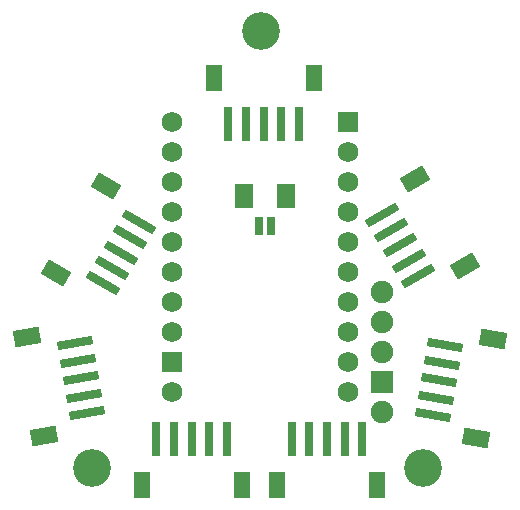
<source format=gbs>
G04*
G04 #@! TF.GenerationSoftware,Altium Limited,Altium Designer,21.6.4 (81)*
G04*
G04 Layer_Color=16711935*
%FSLAX44Y44*%
%MOMM*%
G71*
G04*
G04 #@! TF.SameCoordinates,DF212875-D8BF-4E07-B13E-23ADC2DC1FEB*
G04*
G04*
G04 #@! TF.FilePolarity,Negative*
G04*
G01*
G75*
%ADD16R,1.3970X2.2098*%
%ADD17R,0.7112X2.9972*%
%ADD18C,1.7272*%
%ADD19R,1.7272X1.7272*%
%ADD20C,1.9032*%
%ADD21R,1.9032X1.9032*%
%ADD22C,3.2032*%
G04:AMPARAMS|DCode=32|XSize=0.7112mm|YSize=2.9972mm|CornerRadius=0mm|HoleSize=0mm|Usage=FLASHONLY|Rotation=240.000|XOffset=0mm|YOffset=0mm|HoleType=Round|Shape=Rectangle|*
%AMROTATEDRECTD32*
4,1,4,-1.1200,1.0573,1.4756,-0.4413,1.1200,-1.0573,-1.4756,0.4413,-1.1200,1.0573,0.0*
%
%ADD32ROTATEDRECTD32*%

G04:AMPARAMS|DCode=34|XSize=0.7112mm|YSize=2.9972mm|CornerRadius=0mm|HoleSize=0mm|Usage=FLASHONLY|Rotation=280.000|XOffset=0mm|YOffset=0mm|HoleType=Round|Shape=Rectangle|*
%AMROTATEDRECTD34*
4,1,4,-1.5376,0.0900,1.4141,0.6104,1.5376,-0.0900,-1.4141,-0.6104,-1.5376,0.0900,0.0*
%
%ADD34ROTATEDRECTD34*%

G04:AMPARAMS|DCode=37|XSize=0.7112mm|YSize=2.9972mm|CornerRadius=0mm|HoleSize=0mm|Usage=FLASHONLY|Rotation=120.000|XOffset=0mm|YOffset=0mm|HoleType=Round|Shape=Rectangle|*
%AMROTATEDRECTD37*
4,1,4,1.4756,0.4413,-1.1200,-1.0573,-1.4756,-0.4413,1.1200,1.0573,1.4756,0.4413,0.0*
%
%ADD37ROTATEDRECTD37*%

G04:AMPARAMS|DCode=38|XSize=0.7112mm|YSize=2.9972mm|CornerRadius=0mm|HoleSize=0mm|Usage=FLASHONLY|Rotation=80.000|XOffset=0mm|YOffset=0mm|HoleType=Round|Shape=Rectangle|*
%AMROTATEDRECTD38*
4,1,4,1.4141,-0.6104,-1.5376,-0.0900,-1.4141,0.6104,1.5376,0.0900,1.4141,-0.6104,0.0*
%
%ADD38ROTATEDRECTD38*%

%ADD40R,0.6604X1.5494*%
G04:AMPARAMS|DCode=42|XSize=2.2098mm|YSize=1.397mm|CornerRadius=0mm|HoleSize=0mm|Usage=FLASHONLY|Rotation=150.000|XOffset=0mm|YOffset=0mm|HoleType=Round|Shape=Rectangle|*
%AMROTATEDRECTD42*
4,1,4,1.3061,0.0525,0.6076,-1.1574,-1.3061,-0.0525,-0.6076,1.1574,1.3061,0.0525,0.0*
%
%ADD42ROTATEDRECTD42*%

G04:AMPARAMS|DCode=43|XSize=2.2098mm|YSize=1.397mm|CornerRadius=0mm|HoleSize=0mm|Usage=FLASHONLY|Rotation=190.000|XOffset=0mm|YOffset=0mm|HoleType=Round|Shape=Rectangle|*
%AMROTATEDRECTD43*
4,1,4,0.9668,0.8798,1.2094,-0.4960,-0.9668,-0.8798,-1.2094,0.4960,0.9668,0.8798,0.0*
%
%ADD43ROTATEDRECTD43*%

G04:AMPARAMS|DCode=44|XSize=2.2098mm|YSize=1.397mm|CornerRadius=0mm|HoleSize=0mm|Usage=FLASHONLY|Rotation=30.000|XOffset=0mm|YOffset=0mm|HoleType=Round|Shape=Rectangle|*
%AMROTATEDRECTD44*
4,1,4,-0.6076,-1.1574,-1.3061,0.0525,0.6076,1.1574,1.3061,-0.0525,-0.6076,-1.1574,0.0*
%
%ADD44ROTATEDRECTD44*%

G04:AMPARAMS|DCode=45|XSize=2.2098mm|YSize=1.397mm|CornerRadius=0mm|HoleSize=0mm|Usage=FLASHONLY|Rotation=350.000|XOffset=0mm|YOffset=0mm|HoleType=Round|Shape=Rectangle|*
%AMROTATEDRECTD45*
4,1,4,-1.2094,-0.4960,-0.9668,0.8798,1.2094,0.4960,0.9668,-0.8798,-1.2094,-0.4960,0.0*
%
%ADD45ROTATEDRECTD45*%

%ADD46R,1.4986X2.1082*%
D16*
X847680Y1480470D02*
D03*
X762680D02*
D03*
X786720Y1135730D02*
D03*
X701720D02*
D03*
X901260D02*
D03*
X816260D02*
D03*
D17*
X835180Y1441450D02*
D03*
X820180D02*
D03*
X805180D02*
D03*
X790180D02*
D03*
X775180D02*
D03*
X774220Y1174750D02*
D03*
X759220D02*
D03*
X744220D02*
D03*
X729220D02*
D03*
X714220D02*
D03*
X888760D02*
D03*
X873760D02*
D03*
X858760D02*
D03*
X843760D02*
D03*
X828760D02*
D03*
D18*
X727800Y1214120D02*
D03*
Y1264920D02*
D03*
Y1290320D02*
D03*
Y1315720D02*
D03*
X876300Y1417320D02*
D03*
Y1391920D02*
D03*
Y1366520D02*
D03*
Y1341120D02*
D03*
Y1315720D02*
D03*
Y1290320D02*
D03*
Y1264920D02*
D03*
Y1239520D02*
D03*
Y1214120D02*
D03*
X727800Y1442720D02*
D03*
Y1417320D02*
D03*
Y1391920D02*
D03*
Y1366520D02*
D03*
Y1341120D02*
D03*
D19*
Y1239520D02*
D03*
X876300Y1442720D02*
D03*
D20*
X905510Y1299210D02*
D03*
Y1273810D02*
D03*
Y1248410D02*
D03*
Y1197610D02*
D03*
D21*
Y1223010D02*
D03*
D22*
X940000Y1150000D02*
D03*
X802640Y1520190D02*
D03*
X660000Y1150000D02*
D03*
D32*
X699530Y1358211D02*
D03*
X692030Y1345220D02*
D03*
X684530Y1332230D02*
D03*
X677030Y1319239D02*
D03*
X669530Y1306249D02*
D03*
D34*
X645096Y1255562D02*
D03*
X647700Y1240790D02*
D03*
X650305Y1226018D02*
D03*
X652909Y1211246D02*
D03*
X655515Y1196474D02*
D03*
D37*
X935750Y1312599D02*
D03*
X928250Y1325589D02*
D03*
X920750Y1338580D02*
D03*
X913250Y1351571D02*
D03*
X905750Y1364561D02*
D03*
D38*
X948560Y1194736D02*
D03*
X951165Y1209508D02*
D03*
X953770Y1224280D02*
D03*
X956375Y1239052D02*
D03*
X958979Y1253824D02*
D03*
D40*
X801370Y1355090D02*
D03*
X811370D02*
D03*
D42*
X671988Y1388546D02*
D03*
X629488Y1314934D02*
D03*
D43*
X604498Y1261096D02*
D03*
X619258Y1177388D02*
D03*
D44*
X933292Y1394896D02*
D03*
X975792Y1321284D02*
D03*
D45*
X984817Y1175650D02*
D03*
X999577Y1259358D02*
D03*
D46*
X788370Y1380340D02*
D03*
X824370D02*
D03*
M02*

</source>
